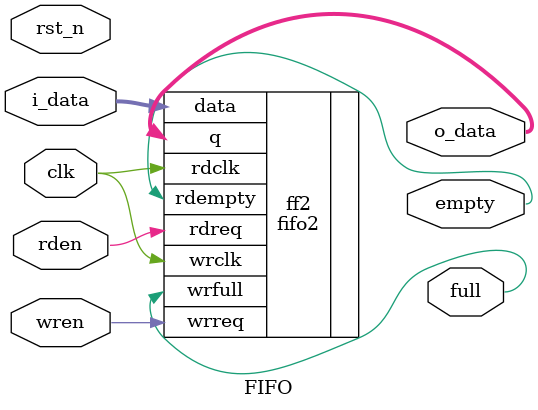
<source format=sv>
module FIFO
#(
  parameter DEPTH=8,
  parameter DATA_WIDTH=8
)
(
  input  clk,
  input  rst_n,
  input  rden,
  input  wren,
  input  [DATA_WIDTH-1:0] i_data,
  output reg[DATA_WIDTH-1:0] o_data,
  output full,
  output empty
);

reg[DATA_WIDTH-1:0] array[0:DEPTH-1];
reg[$clog2(DEPTH)-1:0] fptr_raw;
reg dir;
reg[$clog2(DEPTH)-1:0] bptr_raw;
//wire[$clog2(DEPTH)-1:0] fptr_gray;
//wire[$clog2(DEPTH)-1:0] bptr_gray;

//assign ftpr_gray = fptr_raw ^ (fptr_raw>>1);
//assign btpr_gray = bptr_raw ^ (bptr_raw>>1);

/*always @(posedge clk, negedge rst_n) begin
	if(!rst_n) begin
		for(integer i = 0; i < DEPTH; ++i) begin
			array[i] <= 'b0;
			fptr_raw <= 'b0;
			bptr_raw <= 'b0;
			o_data <= 'b0;
		end
	end else begin
		if(wren & !full) begin
			array[fptr_raw] <= i_data;
			fptr_raw <= (fptr_raw + 'b1)%DEPTH;
		end
		if(rden & !empty) begin
			o_data <= array[bptr_raw];
			bptr_raw <= (bptr_raw + 'b1)%DEPTH;
		end
	end
end

always @(posedge clk, negedge rst_n) begin
	if(!rst_n) begin
		dir <= 1'b0;
	end else begin
		if(wren & !rden) begin
			dir <= 1'b1;
		end
		if(rden & !wren) begin
			dir <= 1'b0;
		end
	end
end

assign full = (fptr_raw==bptr_raw) & (dir==1);
assign empty = (fptr_raw==bptr_raw) & (dir==0);*/

fifo2 ff2(
	.data(i_data),
	.rdclk(clk),
	.rdreq(rden),
	.wrclk(clk),
	.wrreq(wren),
	.q(o_data),
	.rdempty(empty),
	.wrfull(full));

endmodule

</source>
